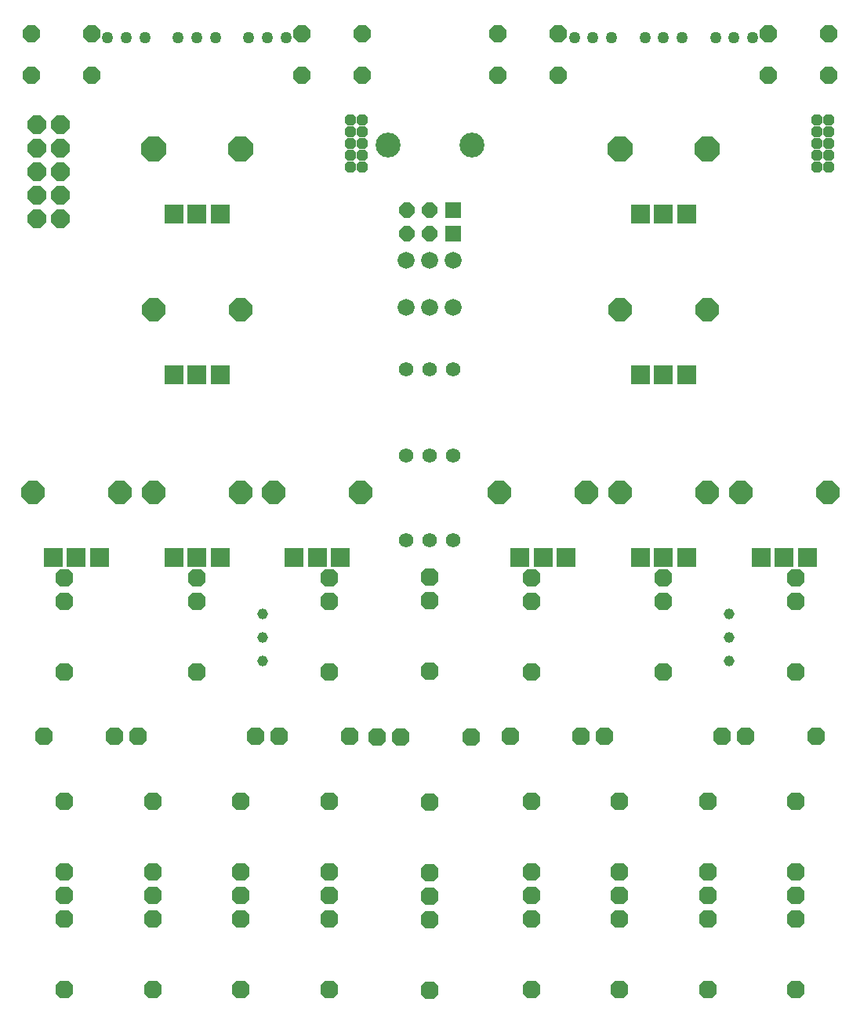
<source format=gbs>
G75*
%MOIN*%
%OFA0B0*%
%FSLAX25Y25*%
%IPPOS*%
%LPD*%
%AMOC8*
5,1,8,0,0,1.08239X$1,22.5*
%
%ADD10R,0.08000X0.08000*%
%ADD11OC8,0.09680*%
%ADD12OC8,0.10600*%
%ADD13OC8,0.07200*%
%ADD14OC8,0.04800*%
%ADD15C,0.04956*%
%ADD16C,0.04600*%
%ADD17OC8,0.07600*%
%ADD18OC8,0.08000*%
%ADD19C,0.06200*%
%ADD20C,0.07200*%
%ADD21R,0.06531X0.06531*%
%ADD22OC8,0.06531*%
%ADD23C,0.10600*%
D10*
X0017369Y0192991D03*
X0027212Y0192991D03*
X0037054Y0192991D03*
X0068619Y0192991D03*
X0078462Y0192991D03*
X0088304Y0192991D03*
X0119869Y0192991D03*
X0129712Y0192991D03*
X0139554Y0192991D03*
X0088304Y0270617D03*
X0078462Y0270617D03*
X0068619Y0270617D03*
X0068619Y0339054D03*
X0078462Y0339054D03*
X0088304Y0339054D03*
X0215794Y0192991D03*
X0225637Y0192991D03*
X0235479Y0192991D03*
X0267044Y0192991D03*
X0276887Y0192991D03*
X0286729Y0192991D03*
X0318294Y0192991D03*
X0328137Y0192991D03*
X0337979Y0192991D03*
X0286729Y0270617D03*
X0276887Y0270617D03*
X0267044Y0270617D03*
X0267044Y0339054D03*
X0276887Y0339054D03*
X0286729Y0339054D03*
D11*
X0295391Y0298176D03*
X0258383Y0298176D03*
X0258383Y0220550D03*
X0244141Y0220550D03*
X0207133Y0220550D03*
X0148216Y0220550D03*
X0111208Y0220550D03*
X0096966Y0220550D03*
X0059958Y0220550D03*
X0045716Y0220550D03*
X0008708Y0220550D03*
X0059958Y0298176D03*
X0096966Y0298176D03*
X0295391Y0220550D03*
X0309633Y0220550D03*
X0346641Y0220550D03*
D12*
X0295391Y0366613D03*
X0258383Y0366613D03*
X0096966Y0366613D03*
X0059958Y0366613D03*
D13*
X0033762Y0397900D03*
X0033762Y0415700D03*
X0008162Y0415700D03*
X0008162Y0397900D03*
X0123162Y0397900D03*
X0123162Y0415700D03*
X0148762Y0415700D03*
X0148762Y0397900D03*
X0206587Y0397900D03*
X0206587Y0415700D03*
X0232187Y0415700D03*
X0232187Y0397900D03*
X0321587Y0397900D03*
X0321587Y0415700D03*
X0347187Y0415700D03*
X0347187Y0397900D03*
D14*
X0347025Y0379088D03*
X0347025Y0374088D03*
X0347025Y0369088D03*
X0347025Y0364088D03*
X0347025Y0359088D03*
X0342025Y0359088D03*
X0342025Y0364088D03*
X0342025Y0369088D03*
X0342025Y0374088D03*
X0342025Y0379088D03*
X0148600Y0379088D03*
X0148600Y0374088D03*
X0148600Y0369088D03*
X0148600Y0364088D03*
X0148600Y0359088D03*
X0143600Y0359088D03*
X0143600Y0364088D03*
X0143600Y0369088D03*
X0143600Y0374088D03*
X0143600Y0379088D03*
D15*
X0116336Y0413936D03*
X0108462Y0413936D03*
X0100588Y0413936D03*
X0086336Y0413936D03*
X0078462Y0413936D03*
X0070588Y0413936D03*
X0056336Y0413936D03*
X0048462Y0413936D03*
X0040588Y0413936D03*
X0239013Y0413936D03*
X0246887Y0413936D03*
X0254761Y0413936D03*
X0269013Y0413936D03*
X0276887Y0413936D03*
X0284761Y0413936D03*
X0299013Y0413936D03*
X0306887Y0413936D03*
X0314761Y0413936D03*
D16*
X0304712Y0169113D03*
X0304712Y0159113D03*
X0304712Y0149113D03*
X0106287Y0149113D03*
X0106287Y0159113D03*
X0106287Y0169113D03*
D17*
X0022212Y0009300D03*
X0022212Y0039300D03*
X0022212Y0049300D03*
X0022212Y0049300D03*
X0022212Y0059300D03*
X0022212Y0089300D03*
X0013451Y0116800D03*
X0022212Y0144300D03*
X0022212Y0174300D03*
X0022212Y0184300D03*
X0078462Y0184300D03*
X0078462Y0174300D03*
X0078462Y0144300D03*
X0103462Y0116800D03*
X0113462Y0116800D03*
X0097212Y0089300D03*
X0097212Y0059300D03*
X0097212Y0049300D03*
X0097212Y0049300D03*
X0097212Y0039300D03*
X0097212Y0009300D03*
X0059712Y0009300D03*
X0059712Y0039300D03*
X0059712Y0049300D03*
X0059712Y0049300D03*
X0059712Y0059300D03*
X0059712Y0089300D03*
X0053451Y0116800D03*
X0043451Y0116800D03*
X0134712Y0089300D03*
X0143462Y0116800D03*
X0155046Y0116761D03*
X0165046Y0116761D03*
X0177546Y0144536D03*
X0177546Y0174536D03*
X0177546Y0184536D03*
X0134712Y0184300D03*
X0134712Y0174300D03*
X0134712Y0144300D03*
X0177546Y0088985D03*
X0177546Y0058985D03*
X0177546Y0049103D03*
X0177546Y0048985D03*
X0177546Y0039103D03*
X0177546Y0009103D03*
X0134712Y0009300D03*
X0134712Y0039300D03*
X0134712Y0049300D03*
X0134712Y0049300D03*
X0134712Y0059300D03*
X0195046Y0116761D03*
X0211876Y0116800D03*
X0220637Y0089300D03*
X0241876Y0116800D03*
X0251876Y0116800D03*
X0258137Y0089300D03*
X0258137Y0059300D03*
X0258137Y0049300D03*
X0258137Y0049300D03*
X0258137Y0039300D03*
X0258137Y0009300D03*
X0220637Y0009300D03*
X0220637Y0039300D03*
X0220637Y0049300D03*
X0220637Y0049300D03*
X0220637Y0059300D03*
X0295637Y0059300D03*
X0295637Y0049300D03*
X0295637Y0049300D03*
X0295637Y0039300D03*
X0295637Y0009300D03*
X0333137Y0009300D03*
X0333137Y0039300D03*
X0333137Y0049300D03*
X0333137Y0049300D03*
X0333137Y0059300D03*
X0333137Y0089300D03*
X0341887Y0116800D03*
X0333137Y0144300D03*
X0333137Y0174300D03*
X0333137Y0184300D03*
X0276887Y0184300D03*
X0276887Y0174300D03*
X0276887Y0144300D03*
X0301887Y0116800D03*
X0311887Y0116800D03*
X0295637Y0089300D03*
X0220637Y0144300D03*
X0220637Y0174300D03*
X0220637Y0184300D03*
D18*
X0020337Y0336800D03*
X0020337Y0346800D03*
X0020337Y0356800D03*
X0020337Y0366800D03*
X0020337Y0376800D03*
X0010337Y0376800D03*
X0010337Y0366800D03*
X0010337Y0356800D03*
X0010337Y0346800D03*
X0010337Y0336800D03*
D19*
X0167546Y0273060D03*
X0177546Y0273060D03*
X0187546Y0273060D03*
X0187546Y0236446D03*
X0177546Y0236446D03*
X0167546Y0236446D03*
X0167546Y0200225D03*
X0177546Y0200225D03*
X0187546Y0200225D03*
D20*
X0187546Y0299280D03*
X0177546Y0299280D03*
X0167546Y0299280D03*
X0167546Y0319280D03*
X0177546Y0319280D03*
X0187546Y0319280D03*
D21*
X0187389Y0330776D03*
X0187389Y0340776D03*
D22*
X0177546Y0340776D03*
X0167704Y0340776D03*
X0167704Y0330776D03*
X0177546Y0330776D03*
D23*
X0159830Y0368335D03*
X0195263Y0368335D03*
M02*

</source>
